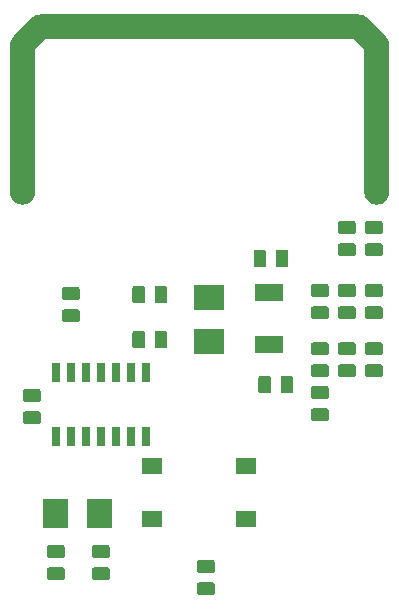
<source format=gts>
G04 #@! TF.GenerationSoftware,KiCad,Pcbnew,(5.1.0)-1*
G04 #@! TF.CreationDate,2019-04-21T11:54:00-04:00*
G04 #@! TF.ProjectId,tpms_silencer,74706d73-5f73-4696-9c65-6e6365722e6b,rev?*
G04 #@! TF.SameCoordinates,Original*
G04 #@! TF.FileFunction,Soldermask,Top*
G04 #@! TF.FilePolarity,Negative*
%FSLAX46Y46*%
G04 Gerber Fmt 4.6, Leading zero omitted, Abs format (unit mm)*
G04 Created by KiCad (PCBNEW (5.1.0)-1) date 2019-04-21 11:54:00*
%MOMM*%
%LPD*%
G04 APERTURE LIST*
%ADD10C,0.100000*%
G04 APERTURE END LIST*
D10*
G36*
X40462348Y-71343664D02*
G01*
X40501000Y-71355389D01*
X40536623Y-71374430D01*
X40567846Y-71400054D01*
X40593470Y-71431277D01*
X40612511Y-71466900D01*
X40624236Y-71505552D01*
X40628800Y-71551891D01*
X40628800Y-72202909D01*
X40624236Y-72249248D01*
X40612511Y-72287900D01*
X40593470Y-72323523D01*
X40567846Y-72354746D01*
X40536623Y-72380370D01*
X40501000Y-72399411D01*
X40462348Y-72411136D01*
X40416009Y-72415700D01*
X39339991Y-72415700D01*
X39293652Y-72411136D01*
X39255000Y-72399411D01*
X39219377Y-72380370D01*
X39188154Y-72354746D01*
X39162530Y-72323523D01*
X39143489Y-72287900D01*
X39131764Y-72249248D01*
X39127200Y-72202909D01*
X39127200Y-71551891D01*
X39131764Y-71505552D01*
X39143489Y-71466900D01*
X39162530Y-71431277D01*
X39188154Y-71400054D01*
X39219377Y-71374430D01*
X39255000Y-71355389D01*
X39293652Y-71343664D01*
X39339991Y-71339100D01*
X40416009Y-71339100D01*
X40462348Y-71343664D01*
X40462348Y-71343664D01*
G37*
G36*
X31572348Y-70078264D02*
G01*
X31611000Y-70089989D01*
X31646623Y-70109030D01*
X31677846Y-70134654D01*
X31703470Y-70165877D01*
X31722511Y-70201500D01*
X31734236Y-70240152D01*
X31738800Y-70286491D01*
X31738800Y-70937509D01*
X31734236Y-70983848D01*
X31722511Y-71022500D01*
X31703470Y-71058123D01*
X31677846Y-71089346D01*
X31646623Y-71114970D01*
X31611000Y-71134011D01*
X31572348Y-71145736D01*
X31526009Y-71150300D01*
X30449991Y-71150300D01*
X30403652Y-71145736D01*
X30365000Y-71134011D01*
X30329377Y-71114970D01*
X30298154Y-71089346D01*
X30272530Y-71058123D01*
X30253489Y-71022500D01*
X30241764Y-70983848D01*
X30237200Y-70937509D01*
X30237200Y-70286491D01*
X30241764Y-70240152D01*
X30253489Y-70201500D01*
X30272530Y-70165877D01*
X30298154Y-70134654D01*
X30329377Y-70109030D01*
X30365000Y-70089989D01*
X30403652Y-70078264D01*
X30449991Y-70073700D01*
X31526009Y-70073700D01*
X31572348Y-70078264D01*
X31572348Y-70078264D01*
G37*
G36*
X27762348Y-70078264D02*
G01*
X27801000Y-70089989D01*
X27836623Y-70109030D01*
X27867846Y-70134654D01*
X27893470Y-70165877D01*
X27912511Y-70201500D01*
X27924236Y-70240152D01*
X27928800Y-70286491D01*
X27928800Y-70937509D01*
X27924236Y-70983848D01*
X27912511Y-71022500D01*
X27893470Y-71058123D01*
X27867846Y-71089346D01*
X27836623Y-71114970D01*
X27801000Y-71134011D01*
X27762348Y-71145736D01*
X27716009Y-71150300D01*
X26639991Y-71150300D01*
X26593652Y-71145736D01*
X26555000Y-71134011D01*
X26519377Y-71114970D01*
X26488154Y-71089346D01*
X26462530Y-71058123D01*
X26443489Y-71022500D01*
X26431764Y-70983848D01*
X26427200Y-70937509D01*
X26427200Y-70286491D01*
X26431764Y-70240152D01*
X26443489Y-70201500D01*
X26462530Y-70165877D01*
X26488154Y-70134654D01*
X26519377Y-70109030D01*
X26555000Y-70089989D01*
X26593652Y-70078264D01*
X26639991Y-70073700D01*
X27716009Y-70073700D01*
X27762348Y-70078264D01*
X27762348Y-70078264D01*
G37*
G36*
X40462348Y-69468664D02*
G01*
X40501000Y-69480389D01*
X40536623Y-69499430D01*
X40567846Y-69525054D01*
X40593470Y-69556277D01*
X40612511Y-69591900D01*
X40624236Y-69630552D01*
X40628800Y-69676891D01*
X40628800Y-70327909D01*
X40624236Y-70374248D01*
X40612511Y-70412900D01*
X40593470Y-70448523D01*
X40567846Y-70479746D01*
X40536623Y-70505370D01*
X40501000Y-70524411D01*
X40462348Y-70536136D01*
X40416009Y-70540700D01*
X39339991Y-70540700D01*
X39293652Y-70536136D01*
X39255000Y-70524411D01*
X39219377Y-70505370D01*
X39188154Y-70479746D01*
X39162530Y-70448523D01*
X39143489Y-70412900D01*
X39131764Y-70374248D01*
X39127200Y-70327909D01*
X39127200Y-69676891D01*
X39131764Y-69630552D01*
X39143489Y-69591900D01*
X39162530Y-69556277D01*
X39188154Y-69525054D01*
X39219377Y-69499430D01*
X39255000Y-69480389D01*
X39293652Y-69468664D01*
X39339991Y-69464100D01*
X40416009Y-69464100D01*
X40462348Y-69468664D01*
X40462348Y-69468664D01*
G37*
G36*
X31572348Y-68203264D02*
G01*
X31611000Y-68214989D01*
X31646623Y-68234030D01*
X31677846Y-68259654D01*
X31703470Y-68290877D01*
X31722511Y-68326500D01*
X31734236Y-68365152D01*
X31738800Y-68411491D01*
X31738800Y-69062509D01*
X31734236Y-69108848D01*
X31722511Y-69147500D01*
X31703470Y-69183123D01*
X31677846Y-69214346D01*
X31646623Y-69239970D01*
X31611000Y-69259011D01*
X31572348Y-69270736D01*
X31526009Y-69275300D01*
X30449991Y-69275300D01*
X30403652Y-69270736D01*
X30365000Y-69259011D01*
X30329377Y-69239970D01*
X30298154Y-69214346D01*
X30272530Y-69183123D01*
X30253489Y-69147500D01*
X30241764Y-69108848D01*
X30237200Y-69062509D01*
X30237200Y-68411491D01*
X30241764Y-68365152D01*
X30253489Y-68326500D01*
X30272530Y-68290877D01*
X30298154Y-68259654D01*
X30329377Y-68234030D01*
X30365000Y-68214989D01*
X30403652Y-68203264D01*
X30449991Y-68198700D01*
X31526009Y-68198700D01*
X31572348Y-68203264D01*
X31572348Y-68203264D01*
G37*
G36*
X27762348Y-68203264D02*
G01*
X27801000Y-68214989D01*
X27836623Y-68234030D01*
X27867846Y-68259654D01*
X27893470Y-68290877D01*
X27912511Y-68326500D01*
X27924236Y-68365152D01*
X27928800Y-68411491D01*
X27928800Y-69062509D01*
X27924236Y-69108848D01*
X27912511Y-69147500D01*
X27893470Y-69183123D01*
X27867846Y-69214346D01*
X27836623Y-69239970D01*
X27801000Y-69259011D01*
X27762348Y-69270736D01*
X27716009Y-69275300D01*
X26639991Y-69275300D01*
X26593652Y-69270736D01*
X26555000Y-69259011D01*
X26519377Y-69239970D01*
X26488154Y-69214346D01*
X26462530Y-69183123D01*
X26443489Y-69147500D01*
X26431764Y-69108848D01*
X26427200Y-69062509D01*
X26427200Y-68411491D01*
X26431764Y-68365152D01*
X26443489Y-68326500D01*
X26462530Y-68290877D01*
X26488154Y-68259654D01*
X26519377Y-68234030D01*
X26555000Y-68214989D01*
X26593652Y-68203264D01*
X26639991Y-68198700D01*
X27716009Y-68198700D01*
X27762348Y-68203264D01*
X27762348Y-68203264D01*
G37*
G36*
X31928800Y-66782800D02*
G01*
X29827200Y-66782800D01*
X29827200Y-64281200D01*
X31928800Y-64281200D01*
X31928800Y-66782800D01*
X31928800Y-66782800D01*
G37*
G36*
X28228800Y-66782800D02*
G01*
X26127200Y-66782800D01*
X26127200Y-64281200D01*
X28228800Y-64281200D01*
X28228800Y-66782800D01*
X28228800Y-66782800D01*
G37*
G36*
X36131800Y-66690000D02*
G01*
X34480200Y-66690000D01*
X34480200Y-65288400D01*
X36131800Y-65288400D01*
X36131800Y-66690000D01*
X36131800Y-66690000D01*
G37*
G36*
X44091800Y-66690000D02*
G01*
X42440200Y-66690000D01*
X42440200Y-65288400D01*
X44091800Y-65288400D01*
X44091800Y-66690000D01*
X44091800Y-66690000D01*
G37*
G36*
X44091800Y-62190000D02*
G01*
X42440200Y-62190000D01*
X42440200Y-60788400D01*
X44091800Y-60788400D01*
X44091800Y-62190000D01*
X44091800Y-62190000D01*
G37*
G36*
X36131800Y-62190000D02*
G01*
X34480200Y-62190000D01*
X34480200Y-60788400D01*
X36131800Y-60788400D01*
X36131800Y-62190000D01*
X36131800Y-62190000D01*
G37*
G36*
X35148800Y-59794800D02*
G01*
X34447200Y-59794800D01*
X34447200Y-58193200D01*
X35148800Y-58193200D01*
X35148800Y-59794800D01*
X35148800Y-59794800D01*
G37*
G36*
X27528800Y-59794800D02*
G01*
X26827200Y-59794800D01*
X26827200Y-58193200D01*
X27528800Y-58193200D01*
X27528800Y-59794800D01*
X27528800Y-59794800D01*
G37*
G36*
X32608800Y-59794800D02*
G01*
X31907200Y-59794800D01*
X31907200Y-58193200D01*
X32608800Y-58193200D01*
X32608800Y-59794800D01*
X32608800Y-59794800D01*
G37*
G36*
X30068800Y-59794800D02*
G01*
X29367200Y-59794800D01*
X29367200Y-58193200D01*
X30068800Y-58193200D01*
X30068800Y-59794800D01*
X30068800Y-59794800D01*
G37*
G36*
X33878800Y-59794800D02*
G01*
X33177200Y-59794800D01*
X33177200Y-58193200D01*
X33878800Y-58193200D01*
X33878800Y-59794800D01*
X33878800Y-59794800D01*
G37*
G36*
X28798800Y-59794800D02*
G01*
X28097200Y-59794800D01*
X28097200Y-58193200D01*
X28798800Y-58193200D01*
X28798800Y-59794800D01*
X28798800Y-59794800D01*
G37*
G36*
X31338800Y-59794800D02*
G01*
X30637200Y-59794800D01*
X30637200Y-58193200D01*
X31338800Y-58193200D01*
X31338800Y-59794800D01*
X31338800Y-59794800D01*
G37*
G36*
X25730348Y-56870264D02*
G01*
X25769000Y-56881989D01*
X25804623Y-56901030D01*
X25835846Y-56926654D01*
X25861470Y-56957877D01*
X25880511Y-56993500D01*
X25892236Y-57032152D01*
X25896800Y-57078491D01*
X25896800Y-57729509D01*
X25892236Y-57775848D01*
X25880511Y-57814500D01*
X25861470Y-57850123D01*
X25835846Y-57881346D01*
X25804623Y-57906970D01*
X25769000Y-57926011D01*
X25730348Y-57937736D01*
X25684009Y-57942300D01*
X24607991Y-57942300D01*
X24561652Y-57937736D01*
X24523000Y-57926011D01*
X24487377Y-57906970D01*
X24456154Y-57881346D01*
X24430530Y-57850123D01*
X24411489Y-57814500D01*
X24399764Y-57775848D01*
X24395200Y-57729509D01*
X24395200Y-57078491D01*
X24399764Y-57032152D01*
X24411489Y-56993500D01*
X24430530Y-56957877D01*
X24456154Y-56926654D01*
X24487377Y-56901030D01*
X24523000Y-56881989D01*
X24561652Y-56870264D01*
X24607991Y-56865700D01*
X25684009Y-56865700D01*
X25730348Y-56870264D01*
X25730348Y-56870264D01*
G37*
G36*
X50114348Y-56616264D02*
G01*
X50153000Y-56627989D01*
X50188623Y-56647030D01*
X50219846Y-56672654D01*
X50245470Y-56703877D01*
X50264511Y-56739500D01*
X50276236Y-56778152D01*
X50280800Y-56824491D01*
X50280800Y-57475509D01*
X50276236Y-57521848D01*
X50264511Y-57560500D01*
X50245470Y-57596123D01*
X50219846Y-57627346D01*
X50188623Y-57652970D01*
X50153000Y-57672011D01*
X50114348Y-57683736D01*
X50068009Y-57688300D01*
X48991991Y-57688300D01*
X48945652Y-57683736D01*
X48907000Y-57672011D01*
X48871377Y-57652970D01*
X48840154Y-57627346D01*
X48814530Y-57596123D01*
X48795489Y-57560500D01*
X48783764Y-57521848D01*
X48779200Y-57475509D01*
X48779200Y-56824491D01*
X48783764Y-56778152D01*
X48795489Y-56739500D01*
X48814530Y-56703877D01*
X48840154Y-56672654D01*
X48871377Y-56647030D01*
X48907000Y-56627989D01*
X48945652Y-56616264D01*
X48991991Y-56611700D01*
X50068009Y-56611700D01*
X50114348Y-56616264D01*
X50114348Y-56616264D01*
G37*
G36*
X25730348Y-54995264D02*
G01*
X25769000Y-55006989D01*
X25804623Y-55026030D01*
X25835846Y-55051654D01*
X25861470Y-55082877D01*
X25880511Y-55118500D01*
X25892236Y-55157152D01*
X25896800Y-55203491D01*
X25896800Y-55854509D01*
X25892236Y-55900848D01*
X25880511Y-55939500D01*
X25861470Y-55975123D01*
X25835846Y-56006346D01*
X25804623Y-56031970D01*
X25769000Y-56051011D01*
X25730348Y-56062736D01*
X25684009Y-56067300D01*
X24607991Y-56067300D01*
X24561652Y-56062736D01*
X24523000Y-56051011D01*
X24487377Y-56031970D01*
X24456154Y-56006346D01*
X24430530Y-55975123D01*
X24411489Y-55939500D01*
X24399764Y-55900848D01*
X24395200Y-55854509D01*
X24395200Y-55203491D01*
X24399764Y-55157152D01*
X24411489Y-55118500D01*
X24430530Y-55082877D01*
X24456154Y-55051654D01*
X24487377Y-55026030D01*
X24523000Y-55006989D01*
X24561652Y-54995264D01*
X24607991Y-54990700D01*
X25684009Y-54990700D01*
X25730348Y-54995264D01*
X25730348Y-54995264D01*
G37*
G36*
X50114348Y-54741264D02*
G01*
X50153000Y-54752989D01*
X50188623Y-54772030D01*
X50219846Y-54797654D01*
X50245470Y-54828877D01*
X50264511Y-54864500D01*
X50276236Y-54903152D01*
X50280800Y-54949491D01*
X50280800Y-55600509D01*
X50276236Y-55646848D01*
X50264511Y-55685500D01*
X50245470Y-55721123D01*
X50219846Y-55752346D01*
X50188623Y-55777970D01*
X50153000Y-55797011D01*
X50114348Y-55808736D01*
X50068009Y-55813300D01*
X48991991Y-55813300D01*
X48945652Y-55808736D01*
X48907000Y-55797011D01*
X48871377Y-55777970D01*
X48840154Y-55752346D01*
X48814530Y-55721123D01*
X48795489Y-55685500D01*
X48783764Y-55646848D01*
X48779200Y-55600509D01*
X48779200Y-54949491D01*
X48783764Y-54903152D01*
X48795489Y-54864500D01*
X48814530Y-54828877D01*
X48840154Y-54797654D01*
X48871377Y-54772030D01*
X48907000Y-54752989D01*
X48945652Y-54741264D01*
X48991991Y-54736700D01*
X50068009Y-54736700D01*
X50114348Y-54741264D01*
X50114348Y-54741264D01*
G37*
G36*
X45232848Y-53863764D02*
G01*
X45271500Y-53875489D01*
X45307123Y-53894530D01*
X45338346Y-53920154D01*
X45363970Y-53951377D01*
X45383011Y-53987000D01*
X45394736Y-54025652D01*
X45399300Y-54071991D01*
X45399300Y-55148009D01*
X45394736Y-55194348D01*
X45383011Y-55233000D01*
X45363970Y-55268623D01*
X45338346Y-55299846D01*
X45307123Y-55325470D01*
X45271500Y-55344511D01*
X45232848Y-55356236D01*
X45186509Y-55360800D01*
X44535491Y-55360800D01*
X44489152Y-55356236D01*
X44450500Y-55344511D01*
X44414877Y-55325470D01*
X44383654Y-55299846D01*
X44358030Y-55268623D01*
X44338989Y-55233000D01*
X44327264Y-55194348D01*
X44322700Y-55148009D01*
X44322700Y-54071991D01*
X44327264Y-54025652D01*
X44338989Y-53987000D01*
X44358030Y-53951377D01*
X44383654Y-53920154D01*
X44414877Y-53894530D01*
X44450500Y-53875489D01*
X44489152Y-53863764D01*
X44535491Y-53859200D01*
X45186509Y-53859200D01*
X45232848Y-53863764D01*
X45232848Y-53863764D01*
G37*
G36*
X47107848Y-53863764D02*
G01*
X47146500Y-53875489D01*
X47182123Y-53894530D01*
X47213346Y-53920154D01*
X47238970Y-53951377D01*
X47258011Y-53987000D01*
X47269736Y-54025652D01*
X47274300Y-54071991D01*
X47274300Y-55148009D01*
X47269736Y-55194348D01*
X47258011Y-55233000D01*
X47238970Y-55268623D01*
X47213346Y-55299846D01*
X47182123Y-55325470D01*
X47146500Y-55344511D01*
X47107848Y-55356236D01*
X47061509Y-55360800D01*
X46410491Y-55360800D01*
X46364152Y-55356236D01*
X46325500Y-55344511D01*
X46289877Y-55325470D01*
X46258654Y-55299846D01*
X46233030Y-55268623D01*
X46213989Y-55233000D01*
X46202264Y-55194348D01*
X46197700Y-55148009D01*
X46197700Y-54071991D01*
X46202264Y-54025652D01*
X46213989Y-53987000D01*
X46233030Y-53951377D01*
X46258654Y-53920154D01*
X46289877Y-53894530D01*
X46325500Y-53875489D01*
X46364152Y-53863764D01*
X46410491Y-53859200D01*
X47061509Y-53859200D01*
X47107848Y-53863764D01*
X47107848Y-53863764D01*
G37*
G36*
X31338800Y-54394800D02*
G01*
X30637200Y-54394800D01*
X30637200Y-52793200D01*
X31338800Y-52793200D01*
X31338800Y-54394800D01*
X31338800Y-54394800D01*
G37*
G36*
X27528800Y-54394800D02*
G01*
X26827200Y-54394800D01*
X26827200Y-52793200D01*
X27528800Y-52793200D01*
X27528800Y-54394800D01*
X27528800Y-54394800D01*
G37*
G36*
X28798800Y-54394800D02*
G01*
X28097200Y-54394800D01*
X28097200Y-52793200D01*
X28798800Y-52793200D01*
X28798800Y-54394800D01*
X28798800Y-54394800D01*
G37*
G36*
X30068800Y-54394800D02*
G01*
X29367200Y-54394800D01*
X29367200Y-52793200D01*
X30068800Y-52793200D01*
X30068800Y-54394800D01*
X30068800Y-54394800D01*
G37*
G36*
X32608800Y-54394800D02*
G01*
X31907200Y-54394800D01*
X31907200Y-52793200D01*
X32608800Y-52793200D01*
X32608800Y-54394800D01*
X32608800Y-54394800D01*
G37*
G36*
X33878800Y-54394800D02*
G01*
X33177200Y-54394800D01*
X33177200Y-52793200D01*
X33878800Y-52793200D01*
X33878800Y-54394800D01*
X33878800Y-54394800D01*
G37*
G36*
X35148800Y-54394800D02*
G01*
X34447200Y-54394800D01*
X34447200Y-52793200D01*
X35148800Y-52793200D01*
X35148800Y-54394800D01*
X35148800Y-54394800D01*
G37*
G36*
X50114348Y-52903264D02*
G01*
X50153000Y-52914989D01*
X50188623Y-52934030D01*
X50219846Y-52959654D01*
X50245470Y-52990877D01*
X50264511Y-53026500D01*
X50276236Y-53065152D01*
X50280800Y-53111491D01*
X50280800Y-53762509D01*
X50276236Y-53808848D01*
X50264511Y-53847500D01*
X50245470Y-53883123D01*
X50219846Y-53914346D01*
X50188623Y-53939970D01*
X50153000Y-53959011D01*
X50114348Y-53970736D01*
X50068009Y-53975300D01*
X48991991Y-53975300D01*
X48945652Y-53970736D01*
X48907000Y-53959011D01*
X48871377Y-53939970D01*
X48840154Y-53914346D01*
X48814530Y-53883123D01*
X48795489Y-53847500D01*
X48783764Y-53808848D01*
X48779200Y-53762509D01*
X48779200Y-53111491D01*
X48783764Y-53065152D01*
X48795489Y-53026500D01*
X48814530Y-52990877D01*
X48840154Y-52959654D01*
X48871377Y-52934030D01*
X48907000Y-52914989D01*
X48945652Y-52903264D01*
X48991991Y-52898700D01*
X50068009Y-52898700D01*
X50114348Y-52903264D01*
X50114348Y-52903264D01*
G37*
G36*
X52400348Y-52903264D02*
G01*
X52439000Y-52914989D01*
X52474623Y-52934030D01*
X52505846Y-52959654D01*
X52531470Y-52990877D01*
X52550511Y-53026500D01*
X52562236Y-53065152D01*
X52566800Y-53111491D01*
X52566800Y-53762509D01*
X52562236Y-53808848D01*
X52550511Y-53847500D01*
X52531470Y-53883123D01*
X52505846Y-53914346D01*
X52474623Y-53939970D01*
X52439000Y-53959011D01*
X52400348Y-53970736D01*
X52354009Y-53975300D01*
X51277991Y-53975300D01*
X51231652Y-53970736D01*
X51193000Y-53959011D01*
X51157377Y-53939970D01*
X51126154Y-53914346D01*
X51100530Y-53883123D01*
X51081489Y-53847500D01*
X51069764Y-53808848D01*
X51065200Y-53762509D01*
X51065200Y-53111491D01*
X51069764Y-53065152D01*
X51081489Y-53026500D01*
X51100530Y-52990877D01*
X51126154Y-52959654D01*
X51157377Y-52934030D01*
X51193000Y-52914989D01*
X51231652Y-52903264D01*
X51277991Y-52898700D01*
X52354009Y-52898700D01*
X52400348Y-52903264D01*
X52400348Y-52903264D01*
G37*
G36*
X54686348Y-52903264D02*
G01*
X54725000Y-52914989D01*
X54760623Y-52934030D01*
X54791846Y-52959654D01*
X54817470Y-52990877D01*
X54836511Y-53026500D01*
X54848236Y-53065152D01*
X54852800Y-53111491D01*
X54852800Y-53762509D01*
X54848236Y-53808848D01*
X54836511Y-53847500D01*
X54817470Y-53883123D01*
X54791846Y-53914346D01*
X54760623Y-53939970D01*
X54725000Y-53959011D01*
X54686348Y-53970736D01*
X54640009Y-53975300D01*
X53563991Y-53975300D01*
X53517652Y-53970736D01*
X53479000Y-53959011D01*
X53443377Y-53939970D01*
X53412154Y-53914346D01*
X53386530Y-53883123D01*
X53367489Y-53847500D01*
X53355764Y-53808848D01*
X53351200Y-53762509D01*
X53351200Y-53111491D01*
X53355764Y-53065152D01*
X53367489Y-53026500D01*
X53386530Y-52990877D01*
X53412154Y-52959654D01*
X53443377Y-52934030D01*
X53479000Y-52914989D01*
X53517652Y-52903264D01*
X53563991Y-52898700D01*
X54640009Y-52898700D01*
X54686348Y-52903264D01*
X54686348Y-52903264D01*
G37*
G36*
X50114348Y-51028264D02*
G01*
X50153000Y-51039989D01*
X50188623Y-51059030D01*
X50219846Y-51084654D01*
X50245470Y-51115877D01*
X50264511Y-51151500D01*
X50276236Y-51190152D01*
X50280800Y-51236491D01*
X50280800Y-51887509D01*
X50276236Y-51933848D01*
X50264511Y-51972500D01*
X50245470Y-52008123D01*
X50219846Y-52039346D01*
X50188623Y-52064970D01*
X50153000Y-52084011D01*
X50114348Y-52095736D01*
X50068009Y-52100300D01*
X48991991Y-52100300D01*
X48945652Y-52095736D01*
X48907000Y-52084011D01*
X48871377Y-52064970D01*
X48840154Y-52039346D01*
X48814530Y-52008123D01*
X48795489Y-51972500D01*
X48783764Y-51933848D01*
X48779200Y-51887509D01*
X48779200Y-51236491D01*
X48783764Y-51190152D01*
X48795489Y-51151500D01*
X48814530Y-51115877D01*
X48840154Y-51084654D01*
X48871377Y-51059030D01*
X48907000Y-51039989D01*
X48945652Y-51028264D01*
X48991991Y-51023700D01*
X50068009Y-51023700D01*
X50114348Y-51028264D01*
X50114348Y-51028264D01*
G37*
G36*
X52400348Y-51028264D02*
G01*
X52439000Y-51039989D01*
X52474623Y-51059030D01*
X52505846Y-51084654D01*
X52531470Y-51115877D01*
X52550511Y-51151500D01*
X52562236Y-51190152D01*
X52566800Y-51236491D01*
X52566800Y-51887509D01*
X52562236Y-51933848D01*
X52550511Y-51972500D01*
X52531470Y-52008123D01*
X52505846Y-52039346D01*
X52474623Y-52064970D01*
X52439000Y-52084011D01*
X52400348Y-52095736D01*
X52354009Y-52100300D01*
X51277991Y-52100300D01*
X51231652Y-52095736D01*
X51193000Y-52084011D01*
X51157377Y-52064970D01*
X51126154Y-52039346D01*
X51100530Y-52008123D01*
X51081489Y-51972500D01*
X51069764Y-51933848D01*
X51065200Y-51887509D01*
X51065200Y-51236491D01*
X51069764Y-51190152D01*
X51081489Y-51151500D01*
X51100530Y-51115877D01*
X51126154Y-51084654D01*
X51157377Y-51059030D01*
X51193000Y-51039989D01*
X51231652Y-51028264D01*
X51277991Y-51023700D01*
X52354009Y-51023700D01*
X52400348Y-51028264D01*
X52400348Y-51028264D01*
G37*
G36*
X54686348Y-51028264D02*
G01*
X54725000Y-51039989D01*
X54760623Y-51059030D01*
X54791846Y-51084654D01*
X54817470Y-51115877D01*
X54836511Y-51151500D01*
X54848236Y-51190152D01*
X54852800Y-51236491D01*
X54852800Y-51887509D01*
X54848236Y-51933848D01*
X54836511Y-51972500D01*
X54817470Y-52008123D01*
X54791846Y-52039346D01*
X54760623Y-52064970D01*
X54725000Y-52084011D01*
X54686348Y-52095736D01*
X54640009Y-52100300D01*
X53563991Y-52100300D01*
X53517652Y-52095736D01*
X53479000Y-52084011D01*
X53443377Y-52064970D01*
X53412154Y-52039346D01*
X53386530Y-52008123D01*
X53367489Y-51972500D01*
X53355764Y-51933848D01*
X53351200Y-51887509D01*
X53351200Y-51236491D01*
X53355764Y-51190152D01*
X53367489Y-51151500D01*
X53386530Y-51115877D01*
X53412154Y-51084654D01*
X53443377Y-51059030D01*
X53479000Y-51039989D01*
X53517652Y-51028264D01*
X53563991Y-51023700D01*
X54640009Y-51023700D01*
X54686348Y-51028264D01*
X54686348Y-51028264D01*
G37*
G36*
X41382800Y-51990800D02*
G01*
X38881200Y-51990800D01*
X38881200Y-49889200D01*
X41382800Y-49889200D01*
X41382800Y-51990800D01*
X41382800Y-51990800D01*
G37*
G36*
X46412800Y-51972800D02*
G01*
X44011200Y-51972800D01*
X44011200Y-50471200D01*
X46412800Y-50471200D01*
X46412800Y-51972800D01*
X46412800Y-51972800D01*
G37*
G36*
X36439848Y-50053764D02*
G01*
X36478500Y-50065489D01*
X36514123Y-50084530D01*
X36545346Y-50110154D01*
X36570970Y-50141377D01*
X36590011Y-50177000D01*
X36601736Y-50215652D01*
X36606300Y-50261991D01*
X36606300Y-51338009D01*
X36601736Y-51384348D01*
X36590011Y-51423000D01*
X36570970Y-51458623D01*
X36545346Y-51489846D01*
X36514123Y-51515470D01*
X36478500Y-51534511D01*
X36439848Y-51546236D01*
X36393509Y-51550800D01*
X35742491Y-51550800D01*
X35696152Y-51546236D01*
X35657500Y-51534511D01*
X35621877Y-51515470D01*
X35590654Y-51489846D01*
X35565030Y-51458623D01*
X35545989Y-51423000D01*
X35534264Y-51384348D01*
X35529700Y-51338009D01*
X35529700Y-50261991D01*
X35534264Y-50215652D01*
X35545989Y-50177000D01*
X35565030Y-50141377D01*
X35590654Y-50110154D01*
X35621877Y-50084530D01*
X35657500Y-50065489D01*
X35696152Y-50053764D01*
X35742491Y-50049200D01*
X36393509Y-50049200D01*
X36439848Y-50053764D01*
X36439848Y-50053764D01*
G37*
G36*
X34564848Y-50053764D02*
G01*
X34603500Y-50065489D01*
X34639123Y-50084530D01*
X34670346Y-50110154D01*
X34695970Y-50141377D01*
X34715011Y-50177000D01*
X34726736Y-50215652D01*
X34731300Y-50261991D01*
X34731300Y-51338009D01*
X34726736Y-51384348D01*
X34715011Y-51423000D01*
X34695970Y-51458623D01*
X34670346Y-51489846D01*
X34639123Y-51515470D01*
X34603500Y-51534511D01*
X34564848Y-51546236D01*
X34518509Y-51550800D01*
X33867491Y-51550800D01*
X33821152Y-51546236D01*
X33782500Y-51534511D01*
X33746877Y-51515470D01*
X33715654Y-51489846D01*
X33690030Y-51458623D01*
X33670989Y-51423000D01*
X33659264Y-51384348D01*
X33654700Y-51338009D01*
X33654700Y-50261991D01*
X33659264Y-50215652D01*
X33670989Y-50177000D01*
X33690030Y-50141377D01*
X33715654Y-50110154D01*
X33746877Y-50084530D01*
X33782500Y-50065489D01*
X33821152Y-50053764D01*
X33867491Y-50049200D01*
X34518509Y-50049200D01*
X34564848Y-50053764D01*
X34564848Y-50053764D01*
G37*
G36*
X29032348Y-48234264D02*
G01*
X29071000Y-48245989D01*
X29106623Y-48265030D01*
X29137846Y-48290654D01*
X29163470Y-48321877D01*
X29182511Y-48357500D01*
X29194236Y-48396152D01*
X29198800Y-48442491D01*
X29198800Y-49093509D01*
X29194236Y-49139848D01*
X29182511Y-49178500D01*
X29163470Y-49214123D01*
X29137846Y-49245346D01*
X29106623Y-49270970D01*
X29071000Y-49290011D01*
X29032348Y-49301736D01*
X28986009Y-49306300D01*
X27909991Y-49306300D01*
X27863652Y-49301736D01*
X27825000Y-49290011D01*
X27789377Y-49270970D01*
X27758154Y-49245346D01*
X27732530Y-49214123D01*
X27713489Y-49178500D01*
X27701764Y-49139848D01*
X27697200Y-49093509D01*
X27697200Y-48442491D01*
X27701764Y-48396152D01*
X27713489Y-48357500D01*
X27732530Y-48321877D01*
X27758154Y-48290654D01*
X27789377Y-48265030D01*
X27825000Y-48245989D01*
X27863652Y-48234264D01*
X27909991Y-48229700D01*
X28986009Y-48229700D01*
X29032348Y-48234264D01*
X29032348Y-48234264D01*
G37*
G36*
X50114348Y-47980264D02*
G01*
X50153000Y-47991989D01*
X50188623Y-48011030D01*
X50219846Y-48036654D01*
X50245470Y-48067877D01*
X50264511Y-48103500D01*
X50276236Y-48142152D01*
X50280800Y-48188491D01*
X50280800Y-48839509D01*
X50276236Y-48885848D01*
X50264511Y-48924500D01*
X50245470Y-48960123D01*
X50219846Y-48991346D01*
X50188623Y-49016970D01*
X50153000Y-49036011D01*
X50114348Y-49047736D01*
X50068009Y-49052300D01*
X48991991Y-49052300D01*
X48945652Y-49047736D01*
X48907000Y-49036011D01*
X48871377Y-49016970D01*
X48840154Y-48991346D01*
X48814530Y-48960123D01*
X48795489Y-48924500D01*
X48783764Y-48885848D01*
X48779200Y-48839509D01*
X48779200Y-48188491D01*
X48783764Y-48142152D01*
X48795489Y-48103500D01*
X48814530Y-48067877D01*
X48840154Y-48036654D01*
X48871377Y-48011030D01*
X48907000Y-47991989D01*
X48945652Y-47980264D01*
X48991991Y-47975700D01*
X50068009Y-47975700D01*
X50114348Y-47980264D01*
X50114348Y-47980264D01*
G37*
G36*
X52400348Y-47980264D02*
G01*
X52439000Y-47991989D01*
X52474623Y-48011030D01*
X52505846Y-48036654D01*
X52531470Y-48067877D01*
X52550511Y-48103500D01*
X52562236Y-48142152D01*
X52566800Y-48188491D01*
X52566800Y-48839509D01*
X52562236Y-48885848D01*
X52550511Y-48924500D01*
X52531470Y-48960123D01*
X52505846Y-48991346D01*
X52474623Y-49016970D01*
X52439000Y-49036011D01*
X52400348Y-49047736D01*
X52354009Y-49052300D01*
X51277991Y-49052300D01*
X51231652Y-49047736D01*
X51193000Y-49036011D01*
X51157377Y-49016970D01*
X51126154Y-48991346D01*
X51100530Y-48960123D01*
X51081489Y-48924500D01*
X51069764Y-48885848D01*
X51065200Y-48839509D01*
X51065200Y-48188491D01*
X51069764Y-48142152D01*
X51081489Y-48103500D01*
X51100530Y-48067877D01*
X51126154Y-48036654D01*
X51157377Y-48011030D01*
X51193000Y-47991989D01*
X51231652Y-47980264D01*
X51277991Y-47975700D01*
X52354009Y-47975700D01*
X52400348Y-47980264D01*
X52400348Y-47980264D01*
G37*
G36*
X54686348Y-47980264D02*
G01*
X54725000Y-47991989D01*
X54760623Y-48011030D01*
X54791846Y-48036654D01*
X54817470Y-48067877D01*
X54836511Y-48103500D01*
X54848236Y-48142152D01*
X54852800Y-48188491D01*
X54852800Y-48839509D01*
X54848236Y-48885848D01*
X54836511Y-48924500D01*
X54817470Y-48960123D01*
X54791846Y-48991346D01*
X54760623Y-49016970D01*
X54725000Y-49036011D01*
X54686348Y-49047736D01*
X54640009Y-49052300D01*
X53563991Y-49052300D01*
X53517652Y-49047736D01*
X53479000Y-49036011D01*
X53443377Y-49016970D01*
X53412154Y-48991346D01*
X53386530Y-48960123D01*
X53367489Y-48924500D01*
X53355764Y-48885848D01*
X53351200Y-48839509D01*
X53351200Y-48188491D01*
X53355764Y-48142152D01*
X53367489Y-48103500D01*
X53386530Y-48067877D01*
X53412154Y-48036654D01*
X53443377Y-48011030D01*
X53479000Y-47991989D01*
X53517652Y-47980264D01*
X53563991Y-47975700D01*
X54640009Y-47975700D01*
X54686348Y-47980264D01*
X54686348Y-47980264D01*
G37*
G36*
X41382800Y-48290800D02*
G01*
X38881200Y-48290800D01*
X38881200Y-46189200D01*
X41382800Y-46189200D01*
X41382800Y-48290800D01*
X41382800Y-48290800D01*
G37*
G36*
X34564848Y-46243764D02*
G01*
X34603500Y-46255489D01*
X34639123Y-46274530D01*
X34670346Y-46300154D01*
X34695970Y-46331377D01*
X34715011Y-46367000D01*
X34726736Y-46405652D01*
X34731300Y-46451991D01*
X34731300Y-47528009D01*
X34726736Y-47574348D01*
X34715011Y-47613000D01*
X34695970Y-47648623D01*
X34670346Y-47679846D01*
X34639123Y-47705470D01*
X34603500Y-47724511D01*
X34564848Y-47736236D01*
X34518509Y-47740800D01*
X33867491Y-47740800D01*
X33821152Y-47736236D01*
X33782500Y-47724511D01*
X33746877Y-47705470D01*
X33715654Y-47679846D01*
X33690030Y-47648623D01*
X33670989Y-47613000D01*
X33659264Y-47574348D01*
X33654700Y-47528009D01*
X33654700Y-46451991D01*
X33659264Y-46405652D01*
X33670989Y-46367000D01*
X33690030Y-46331377D01*
X33715654Y-46300154D01*
X33746877Y-46274530D01*
X33782500Y-46255489D01*
X33821152Y-46243764D01*
X33867491Y-46239200D01*
X34518509Y-46239200D01*
X34564848Y-46243764D01*
X34564848Y-46243764D01*
G37*
G36*
X36439848Y-46243764D02*
G01*
X36478500Y-46255489D01*
X36514123Y-46274530D01*
X36545346Y-46300154D01*
X36570970Y-46331377D01*
X36590011Y-46367000D01*
X36601736Y-46405652D01*
X36606300Y-46451991D01*
X36606300Y-47528009D01*
X36601736Y-47574348D01*
X36590011Y-47613000D01*
X36570970Y-47648623D01*
X36545346Y-47679846D01*
X36514123Y-47705470D01*
X36478500Y-47724511D01*
X36439848Y-47736236D01*
X36393509Y-47740800D01*
X35742491Y-47740800D01*
X35696152Y-47736236D01*
X35657500Y-47724511D01*
X35621877Y-47705470D01*
X35590654Y-47679846D01*
X35565030Y-47648623D01*
X35545989Y-47613000D01*
X35534264Y-47574348D01*
X35529700Y-47528009D01*
X35529700Y-46451991D01*
X35534264Y-46405652D01*
X35545989Y-46367000D01*
X35565030Y-46331377D01*
X35590654Y-46300154D01*
X35621877Y-46274530D01*
X35657500Y-46255489D01*
X35696152Y-46243764D01*
X35742491Y-46239200D01*
X36393509Y-46239200D01*
X36439848Y-46243764D01*
X36439848Y-46243764D01*
G37*
G36*
X46412800Y-47572800D02*
G01*
X44011200Y-47572800D01*
X44011200Y-46071200D01*
X46412800Y-46071200D01*
X46412800Y-47572800D01*
X46412800Y-47572800D01*
G37*
G36*
X29032348Y-46359264D02*
G01*
X29071000Y-46370989D01*
X29106623Y-46390030D01*
X29137846Y-46415654D01*
X29163470Y-46446877D01*
X29182511Y-46482500D01*
X29194236Y-46521152D01*
X29198800Y-46567491D01*
X29198800Y-47218509D01*
X29194236Y-47264848D01*
X29182511Y-47303500D01*
X29163470Y-47339123D01*
X29137846Y-47370346D01*
X29106623Y-47395970D01*
X29071000Y-47415011D01*
X29032348Y-47426736D01*
X28986009Y-47431300D01*
X27909991Y-47431300D01*
X27863652Y-47426736D01*
X27825000Y-47415011D01*
X27789377Y-47395970D01*
X27758154Y-47370346D01*
X27732530Y-47339123D01*
X27713489Y-47303500D01*
X27701764Y-47264848D01*
X27697200Y-47218509D01*
X27697200Y-46567491D01*
X27701764Y-46521152D01*
X27713489Y-46482500D01*
X27732530Y-46446877D01*
X27758154Y-46415654D01*
X27789377Y-46390030D01*
X27825000Y-46370989D01*
X27863652Y-46359264D01*
X27909991Y-46354700D01*
X28986009Y-46354700D01*
X29032348Y-46359264D01*
X29032348Y-46359264D01*
G37*
G36*
X50114348Y-46105264D02*
G01*
X50153000Y-46116989D01*
X50188623Y-46136030D01*
X50219846Y-46161654D01*
X50245470Y-46192877D01*
X50264511Y-46228500D01*
X50276236Y-46267152D01*
X50280800Y-46313491D01*
X50280800Y-46964509D01*
X50276236Y-47010848D01*
X50264511Y-47049500D01*
X50245470Y-47085123D01*
X50219846Y-47116346D01*
X50188623Y-47141970D01*
X50153000Y-47161011D01*
X50114348Y-47172736D01*
X50068009Y-47177300D01*
X48991991Y-47177300D01*
X48945652Y-47172736D01*
X48907000Y-47161011D01*
X48871377Y-47141970D01*
X48840154Y-47116346D01*
X48814530Y-47085123D01*
X48795489Y-47049500D01*
X48783764Y-47010848D01*
X48779200Y-46964509D01*
X48779200Y-46313491D01*
X48783764Y-46267152D01*
X48795489Y-46228500D01*
X48814530Y-46192877D01*
X48840154Y-46161654D01*
X48871377Y-46136030D01*
X48907000Y-46116989D01*
X48945652Y-46105264D01*
X48991991Y-46100700D01*
X50068009Y-46100700D01*
X50114348Y-46105264D01*
X50114348Y-46105264D01*
G37*
G36*
X52400348Y-46105264D02*
G01*
X52439000Y-46116989D01*
X52474623Y-46136030D01*
X52505846Y-46161654D01*
X52531470Y-46192877D01*
X52550511Y-46228500D01*
X52562236Y-46267152D01*
X52566800Y-46313491D01*
X52566800Y-46964509D01*
X52562236Y-47010848D01*
X52550511Y-47049500D01*
X52531470Y-47085123D01*
X52505846Y-47116346D01*
X52474623Y-47141970D01*
X52439000Y-47161011D01*
X52400348Y-47172736D01*
X52354009Y-47177300D01*
X51277991Y-47177300D01*
X51231652Y-47172736D01*
X51193000Y-47161011D01*
X51157377Y-47141970D01*
X51126154Y-47116346D01*
X51100530Y-47085123D01*
X51081489Y-47049500D01*
X51069764Y-47010848D01*
X51065200Y-46964509D01*
X51065200Y-46313491D01*
X51069764Y-46267152D01*
X51081489Y-46228500D01*
X51100530Y-46192877D01*
X51126154Y-46161654D01*
X51157377Y-46136030D01*
X51193000Y-46116989D01*
X51231652Y-46105264D01*
X51277991Y-46100700D01*
X52354009Y-46100700D01*
X52400348Y-46105264D01*
X52400348Y-46105264D01*
G37*
G36*
X54686348Y-46105264D02*
G01*
X54725000Y-46116989D01*
X54760623Y-46136030D01*
X54791846Y-46161654D01*
X54817470Y-46192877D01*
X54836511Y-46228500D01*
X54848236Y-46267152D01*
X54852800Y-46313491D01*
X54852800Y-46964509D01*
X54848236Y-47010848D01*
X54836511Y-47049500D01*
X54817470Y-47085123D01*
X54791846Y-47116346D01*
X54760623Y-47141970D01*
X54725000Y-47161011D01*
X54686348Y-47172736D01*
X54640009Y-47177300D01*
X53563991Y-47177300D01*
X53517652Y-47172736D01*
X53479000Y-47161011D01*
X53443377Y-47141970D01*
X53412154Y-47116346D01*
X53386530Y-47085123D01*
X53367489Y-47049500D01*
X53355764Y-47010848D01*
X53351200Y-46964509D01*
X53351200Y-46313491D01*
X53355764Y-46267152D01*
X53367489Y-46228500D01*
X53386530Y-46192877D01*
X53412154Y-46161654D01*
X53443377Y-46136030D01*
X53479000Y-46116989D01*
X53517652Y-46105264D01*
X53563991Y-46100700D01*
X54640009Y-46100700D01*
X54686348Y-46105264D01*
X54686348Y-46105264D01*
G37*
G36*
X44821848Y-43195764D02*
G01*
X44860500Y-43207489D01*
X44896123Y-43226530D01*
X44927346Y-43252154D01*
X44952970Y-43283377D01*
X44972011Y-43319000D01*
X44983736Y-43357652D01*
X44988300Y-43403991D01*
X44988300Y-44480009D01*
X44983736Y-44526348D01*
X44972011Y-44565000D01*
X44952970Y-44600623D01*
X44927346Y-44631846D01*
X44896123Y-44657470D01*
X44860500Y-44676511D01*
X44821848Y-44688236D01*
X44775509Y-44692800D01*
X44124491Y-44692800D01*
X44078152Y-44688236D01*
X44039500Y-44676511D01*
X44003877Y-44657470D01*
X43972654Y-44631846D01*
X43947030Y-44600623D01*
X43927989Y-44565000D01*
X43916264Y-44526348D01*
X43911700Y-44480009D01*
X43911700Y-43403991D01*
X43916264Y-43357652D01*
X43927989Y-43319000D01*
X43947030Y-43283377D01*
X43972654Y-43252154D01*
X44003877Y-43226530D01*
X44039500Y-43207489D01*
X44078152Y-43195764D01*
X44124491Y-43191200D01*
X44775509Y-43191200D01*
X44821848Y-43195764D01*
X44821848Y-43195764D01*
G37*
G36*
X46696848Y-43195764D02*
G01*
X46735500Y-43207489D01*
X46771123Y-43226530D01*
X46802346Y-43252154D01*
X46827970Y-43283377D01*
X46847011Y-43319000D01*
X46858736Y-43357652D01*
X46863300Y-43403991D01*
X46863300Y-44480009D01*
X46858736Y-44526348D01*
X46847011Y-44565000D01*
X46827970Y-44600623D01*
X46802346Y-44631846D01*
X46771123Y-44657470D01*
X46735500Y-44676511D01*
X46696848Y-44688236D01*
X46650509Y-44692800D01*
X45999491Y-44692800D01*
X45953152Y-44688236D01*
X45914500Y-44676511D01*
X45878877Y-44657470D01*
X45847654Y-44631846D01*
X45822030Y-44600623D01*
X45802989Y-44565000D01*
X45791264Y-44526348D01*
X45786700Y-44480009D01*
X45786700Y-43403991D01*
X45791264Y-43357652D01*
X45802989Y-43319000D01*
X45822030Y-43283377D01*
X45847654Y-43252154D01*
X45878877Y-43226530D01*
X45914500Y-43207489D01*
X45953152Y-43195764D01*
X45999491Y-43191200D01*
X46650509Y-43191200D01*
X46696848Y-43195764D01*
X46696848Y-43195764D01*
G37*
G36*
X54686348Y-42646264D02*
G01*
X54725000Y-42657989D01*
X54760623Y-42677030D01*
X54791846Y-42702654D01*
X54817470Y-42733877D01*
X54836511Y-42769500D01*
X54848236Y-42808152D01*
X54852800Y-42854491D01*
X54852800Y-43505509D01*
X54848236Y-43551848D01*
X54836511Y-43590500D01*
X54817470Y-43626123D01*
X54791846Y-43657346D01*
X54760623Y-43682970D01*
X54725000Y-43702011D01*
X54686348Y-43713736D01*
X54640009Y-43718300D01*
X53563991Y-43718300D01*
X53517652Y-43713736D01*
X53479000Y-43702011D01*
X53443377Y-43682970D01*
X53412154Y-43657346D01*
X53386530Y-43626123D01*
X53367489Y-43590500D01*
X53355764Y-43551848D01*
X53351200Y-43505509D01*
X53351200Y-42854491D01*
X53355764Y-42808152D01*
X53367489Y-42769500D01*
X53386530Y-42733877D01*
X53412154Y-42702654D01*
X53443377Y-42677030D01*
X53479000Y-42657989D01*
X53517652Y-42646264D01*
X53563991Y-42641700D01*
X54640009Y-42641700D01*
X54686348Y-42646264D01*
X54686348Y-42646264D01*
G37*
G36*
X52400348Y-42646264D02*
G01*
X52439000Y-42657989D01*
X52474623Y-42677030D01*
X52505846Y-42702654D01*
X52531470Y-42733877D01*
X52550511Y-42769500D01*
X52562236Y-42808152D01*
X52566800Y-42854491D01*
X52566800Y-43505509D01*
X52562236Y-43551848D01*
X52550511Y-43590500D01*
X52531470Y-43626123D01*
X52505846Y-43657346D01*
X52474623Y-43682970D01*
X52439000Y-43702011D01*
X52400348Y-43713736D01*
X52354009Y-43718300D01*
X51277991Y-43718300D01*
X51231652Y-43713736D01*
X51193000Y-43702011D01*
X51157377Y-43682970D01*
X51126154Y-43657346D01*
X51100530Y-43626123D01*
X51081489Y-43590500D01*
X51069764Y-43551848D01*
X51065200Y-43505509D01*
X51065200Y-42854491D01*
X51069764Y-42808152D01*
X51081489Y-42769500D01*
X51100530Y-42733877D01*
X51126154Y-42702654D01*
X51157377Y-42677030D01*
X51193000Y-42657989D01*
X51231652Y-42646264D01*
X51277991Y-42641700D01*
X52354009Y-42641700D01*
X52400348Y-42646264D01*
X52400348Y-42646264D01*
G37*
G36*
X54686348Y-40771264D02*
G01*
X54725000Y-40782989D01*
X54760623Y-40802030D01*
X54791846Y-40827654D01*
X54817470Y-40858877D01*
X54836511Y-40894500D01*
X54848236Y-40933152D01*
X54852800Y-40979491D01*
X54852800Y-41630509D01*
X54848236Y-41676848D01*
X54836511Y-41715500D01*
X54817470Y-41751123D01*
X54791846Y-41782346D01*
X54760623Y-41807970D01*
X54725000Y-41827011D01*
X54686348Y-41838736D01*
X54640009Y-41843300D01*
X53563991Y-41843300D01*
X53517652Y-41838736D01*
X53479000Y-41827011D01*
X53443377Y-41807970D01*
X53412154Y-41782346D01*
X53386530Y-41751123D01*
X53367489Y-41715500D01*
X53355764Y-41676848D01*
X53351200Y-41630509D01*
X53351200Y-40979491D01*
X53355764Y-40933152D01*
X53367489Y-40894500D01*
X53386530Y-40858877D01*
X53412154Y-40827654D01*
X53443377Y-40802030D01*
X53479000Y-40782989D01*
X53517652Y-40771264D01*
X53563991Y-40766700D01*
X54640009Y-40766700D01*
X54686348Y-40771264D01*
X54686348Y-40771264D01*
G37*
G36*
X52400348Y-40771264D02*
G01*
X52439000Y-40782989D01*
X52474623Y-40802030D01*
X52505846Y-40827654D01*
X52531470Y-40858877D01*
X52550511Y-40894500D01*
X52562236Y-40933152D01*
X52566800Y-40979491D01*
X52566800Y-41630509D01*
X52562236Y-41676848D01*
X52550511Y-41715500D01*
X52531470Y-41751123D01*
X52505846Y-41782346D01*
X52474623Y-41807970D01*
X52439000Y-41827011D01*
X52400348Y-41838736D01*
X52354009Y-41843300D01*
X51277991Y-41843300D01*
X51231652Y-41838736D01*
X51193000Y-41827011D01*
X51157377Y-41807970D01*
X51126154Y-41782346D01*
X51100530Y-41751123D01*
X51081489Y-41715500D01*
X51069764Y-41676848D01*
X51065200Y-41630509D01*
X51065200Y-40979491D01*
X51069764Y-40933152D01*
X51081489Y-40894500D01*
X51100530Y-40858877D01*
X51126154Y-40827654D01*
X51157377Y-40802030D01*
X51193000Y-40782989D01*
X51231652Y-40771264D01*
X51277991Y-40766700D01*
X52354009Y-40766700D01*
X52400348Y-40771264D01*
X52400348Y-40771264D01*
G37*
G36*
X52857431Y-23277562D02*
G01*
X52859666Y-23277578D01*
X52859664Y-23277797D01*
X52859785Y-23277809D01*
X52860035Y-23277810D01*
X52860037Y-23277581D01*
X52862575Y-23277599D01*
X52868087Y-23277086D01*
X52878970Y-23277733D01*
X52966599Y-23287562D01*
X52967901Y-23287701D01*
X53052793Y-23296324D01*
X53057563Y-23297286D01*
X53059840Y-23297642D01*
X53068540Y-23299492D01*
X53069833Y-23299760D01*
X53078393Y-23301486D01*
X53080574Y-23302050D01*
X53085349Y-23303065D01*
X53166776Y-23328896D01*
X53168028Y-23329285D01*
X53249544Y-23354206D01*
X53254040Y-23356078D01*
X53256180Y-23356861D01*
X53264323Y-23360351D01*
X53265527Y-23360860D01*
X53273667Y-23364249D01*
X53275704Y-23365229D01*
X53280187Y-23367150D01*
X53354932Y-23408242D01*
X53356083Y-23408867D01*
X53431313Y-23449205D01*
X53435369Y-23451920D01*
X53437322Y-23453108D01*
X53444585Y-23458081D01*
X53445674Y-23458818D01*
X53452994Y-23463718D01*
X53454829Y-23465096D01*
X53458849Y-23467848D01*
X53524198Y-23522683D01*
X53525206Y-23523519D01*
X53593516Y-23579629D01*
X53601788Y-23587130D01*
X55096863Y-25082205D01*
X55100619Y-25086832D01*
X55101776Y-25088005D01*
X55101662Y-25088117D01*
X55101897Y-25088407D01*
X55102036Y-25088270D01*
X55103675Y-25089932D01*
X55107943Y-25093461D01*
X55115322Y-25101771D01*
X55170363Y-25170721D01*
X55171186Y-25171740D01*
X55225081Y-25237822D01*
X55227776Y-25241878D01*
X55229114Y-25243713D01*
X55233962Y-25251178D01*
X55234680Y-25252270D01*
X55239537Y-25259581D01*
X55240683Y-25261526D01*
X55243344Y-25265623D01*
X55282633Y-25341420D01*
X55283241Y-25342579D01*
X55323282Y-25417886D01*
X55325144Y-25422403D01*
X55326113Y-25424490D01*
X55329378Y-25432654D01*
X55329870Y-25433865D01*
X55333220Y-25441993D01*
X55333979Y-25444161D01*
X55335789Y-25448687D01*
X55359591Y-25530611D01*
X55359963Y-25531865D01*
X55384633Y-25613579D01*
X55385581Y-25618365D01*
X55386121Y-25620579D01*
X55387735Y-25629206D01*
X55387982Y-25630492D01*
X55389708Y-25639209D01*
X55390027Y-25641449D01*
X55390923Y-25646235D01*
X55398359Y-25731238D01*
X55398480Y-25732543D01*
X55407106Y-25820509D01*
X55407651Y-25831659D01*
X55407651Y-38328600D01*
X55407650Y-38328959D01*
X55407576Y-38339645D01*
X55406867Y-38351571D01*
X55386159Y-38536189D01*
X55381531Y-38557961D01*
X55326216Y-38732336D01*
X55317452Y-38752782D01*
X55229320Y-38913093D01*
X55216753Y-38931447D01*
X55099155Y-39071595D01*
X55083270Y-39087151D01*
X54940688Y-39201789D01*
X54922069Y-39213974D01*
X54759962Y-39298722D01*
X54739319Y-39307062D01*
X54563834Y-39358709D01*
X54541977Y-39362879D01*
X54359786Y-39379460D01*
X54337538Y-39379305D01*
X54155602Y-39360182D01*
X54133811Y-39355709D01*
X53959050Y-39301612D01*
X53938536Y-39292988D01*
X53777625Y-39205985D01*
X53759171Y-39193537D01*
X53618214Y-39076927D01*
X53602537Y-39061141D01*
X53486918Y-38919377D01*
X53474604Y-38900843D01*
X53388718Y-38739314D01*
X53380241Y-38718748D01*
X53327366Y-38543618D01*
X53323043Y-38521783D01*
X53304894Y-38336694D01*
X53304349Y-38325541D01*
X53304349Y-26315984D01*
X53301947Y-26291598D01*
X53294834Y-26268149D01*
X53283283Y-26246538D01*
X53267738Y-26227596D01*
X52457004Y-25416862D01*
X52438062Y-25401317D01*
X52416451Y-25389766D01*
X52393002Y-25382653D01*
X52368616Y-25380251D01*
X26343384Y-25380251D01*
X26318998Y-25382653D01*
X26295549Y-25389766D01*
X26273938Y-25401317D01*
X26254996Y-25416862D01*
X25444262Y-26227596D01*
X25428717Y-26246538D01*
X25417166Y-26268149D01*
X25410053Y-26291598D01*
X25407651Y-26315984D01*
X25407651Y-38328600D01*
X25407650Y-38328959D01*
X25407576Y-38339645D01*
X25406867Y-38351571D01*
X25386159Y-38536189D01*
X25381531Y-38557961D01*
X25326216Y-38732336D01*
X25317452Y-38752782D01*
X25229320Y-38913093D01*
X25216753Y-38931447D01*
X25099155Y-39071595D01*
X25083270Y-39087151D01*
X24940688Y-39201789D01*
X24922069Y-39213974D01*
X24759962Y-39298722D01*
X24739319Y-39307062D01*
X24563834Y-39358709D01*
X24541977Y-39362879D01*
X24359786Y-39379460D01*
X24337538Y-39379305D01*
X24155602Y-39360182D01*
X24133811Y-39355709D01*
X23959050Y-39301612D01*
X23938536Y-39292988D01*
X23777625Y-39205985D01*
X23759171Y-39193537D01*
X23618214Y-39076927D01*
X23602537Y-39061141D01*
X23486918Y-38919377D01*
X23474604Y-38900843D01*
X23388718Y-38739314D01*
X23380241Y-38718748D01*
X23327366Y-38543618D01*
X23323043Y-38521783D01*
X23304894Y-38336694D01*
X23304349Y-38325541D01*
X23304349Y-25833019D01*
X23304962Y-25827169D01*
X23304978Y-25824934D01*
X23305197Y-25824936D01*
X23305209Y-25824815D01*
X23305210Y-25824565D01*
X23304981Y-25824563D01*
X23304999Y-25822025D01*
X23304486Y-25816513D01*
X23305133Y-25805630D01*
X23314962Y-25718001D01*
X23315101Y-25716699D01*
X23323724Y-25631807D01*
X23324686Y-25627037D01*
X23325042Y-25624760D01*
X23326892Y-25616060D01*
X23327160Y-25614767D01*
X23328886Y-25606207D01*
X23329450Y-25604026D01*
X23330465Y-25599251D01*
X23356296Y-25517824D01*
X23356685Y-25516572D01*
X23381606Y-25435056D01*
X23383478Y-25430560D01*
X23384261Y-25428420D01*
X23387751Y-25420277D01*
X23388260Y-25419073D01*
X23391649Y-25410933D01*
X23392629Y-25408896D01*
X23394550Y-25404413D01*
X23435642Y-25329668D01*
X23436267Y-25328517D01*
X23476605Y-25253287D01*
X23479320Y-25249231D01*
X23480508Y-25247278D01*
X23485481Y-25240015D01*
X23486218Y-25238926D01*
X23491118Y-25231606D01*
X23492496Y-25229771D01*
X23495248Y-25225751D01*
X23550083Y-25160402D01*
X23550919Y-25159394D01*
X23607029Y-25091084D01*
X23614530Y-25082812D01*
X25109605Y-23587737D01*
X25114232Y-23583981D01*
X25115405Y-23582824D01*
X25115517Y-23582938D01*
X25115807Y-23582703D01*
X25115670Y-23582564D01*
X25117332Y-23580925D01*
X25120861Y-23576657D01*
X25129171Y-23569278D01*
X25198121Y-23514237D01*
X25199140Y-23513414D01*
X25265222Y-23459519D01*
X25269278Y-23456824D01*
X25271113Y-23455486D01*
X25278578Y-23450638D01*
X25279670Y-23449920D01*
X25286981Y-23445063D01*
X25288926Y-23443917D01*
X25293023Y-23441256D01*
X25368820Y-23401967D01*
X25369979Y-23401359D01*
X25445286Y-23361318D01*
X25449803Y-23359456D01*
X25451890Y-23358487D01*
X25460054Y-23355222D01*
X25461265Y-23354730D01*
X25469393Y-23351380D01*
X25471561Y-23350621D01*
X25476087Y-23348811D01*
X25558011Y-23325009D01*
X25559265Y-23324637D01*
X25640979Y-23299967D01*
X25645765Y-23299019D01*
X25647979Y-23298479D01*
X25656638Y-23296859D01*
X25657927Y-23296611D01*
X25666603Y-23294893D01*
X25668849Y-23294573D01*
X25673635Y-23293677D01*
X25758638Y-23286241D01*
X25759943Y-23286120D01*
X25847909Y-23277494D01*
X25859059Y-23276949D01*
X52851581Y-23276949D01*
X52857431Y-23277562D01*
X52857431Y-23277562D01*
G37*
M02*

</source>
